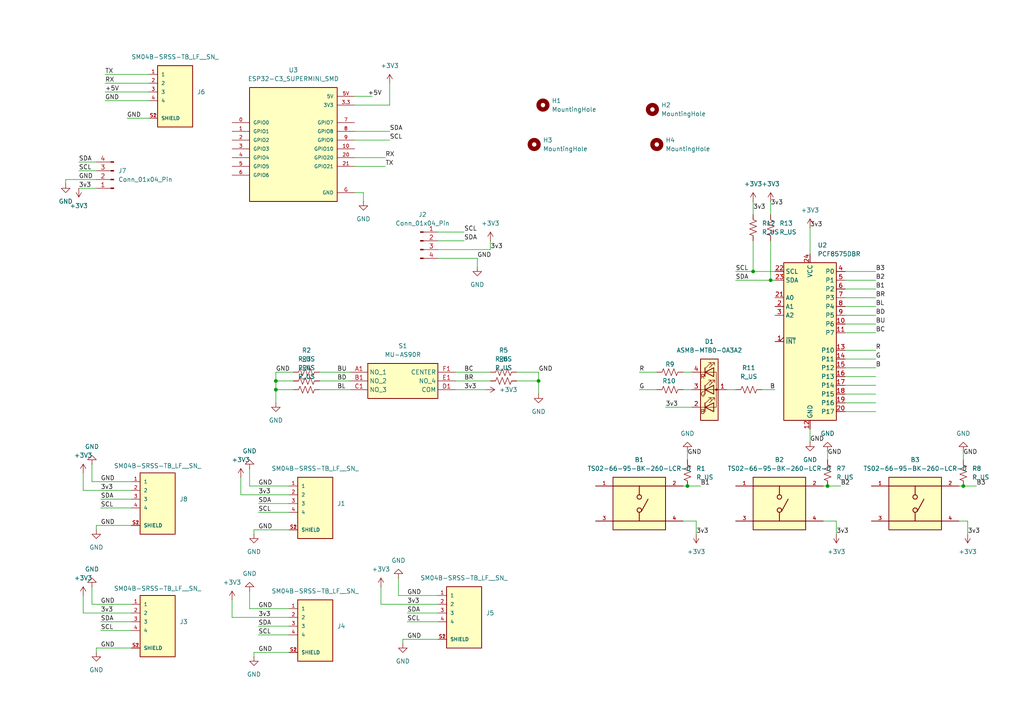
<source format=kicad_sch>
(kicad_sch (version 20231120) (generator "eeschema") (generator_version "8.0")
  (paper "A4")
  (lib_symbols
    (symbol "Connector:Conn_01x04_Pin" (pin_names (offset 1.016) hide)
      (property "Reference" "J" (at 0 5.08 0))
      (property "Value" "Conn_01x04_Pin" (at 0 -7.62 0))
      (symbol "Conn_01x04_Pin_1_1"
        (polyline (pts (xy 1.27 -5.08) (xy 0.8636 -5.08)) (stroke (width 0.1524)))
        (polyline (pts (xy 1.27 -2.54) (xy 0.8636 -2.54)) (stroke (width 0.1524)))
        (polyline (pts (xy 1.27 0) (xy 0.8636 0)) (stroke (width 0.1524)))
        (polyline (pts (xy 1.27 2.54) (xy 0.8636 2.54)) (stroke (width 0.1524)))
        (rectangle (start 0.8636 -4.953) (end 0 -5.207) (stroke (width 0.1524)) (fill (type outline)))
        (rectangle (start 0.8636 -2.413) (end 0 -2.667) (stroke (width 0.1524)) (fill (type outline)))
        (rectangle (start 0.8636 0.127) (end 0 -0.127) (stroke (width 0.1524)) (fill (type outline)))
        (rectangle (start 0.8636 2.667) (end 0 2.413) (stroke (width 0.1524)) (fill (type outline)))
        (pin passive line (at 5.08 2.54 180) (length 3.81) (name "Pin_1") (number "1"))
        (pin passive line (at 5.08 0 180) (length 3.81) (name "Pin_2") (number "2"))
        (pin passive line (at 5.08 -2.54 180) (length 3.81) (name "Pin_3") (number "3"))
        (pin passive line (at 5.08 -5.08 180) (length 3.81) (name "Pin_4") (number "4"))
      )
    )
    (symbol "Device:R_US" (pin_numbers hide) (pin_names (offset 0))
      (property "Reference" "R" (at 2.54 0 90))
      (property "Value" "R_US" (at -2.54 0 90))
      (symbol "R_US_0_1"
        (polyline (pts (xy 0 -2.286) (xy 0 -2.54)))
        (polyline (pts (xy 0 2.286) (xy 0 2.54)))
        (polyline (pts (xy 0 -0.762) (xy 1.016 -1.143) (xy 0 -1.524) (xy -1.016 -1.905) (xy 0 -2.286)))
        (polyline (pts (xy 0 0.762) (xy 1.016 0.381) (xy 0 0) (xy -1.016 -0.381) (xy 0 -0.762)))
        (polyline (pts (xy 0 2.286) (xy 1.016 1.905) (xy 0 1.524) (xy -1.016 1.143) (xy 0 0.762)))
      )
      (symbol "R_US_1_1"
        (pin passive line (at 0 3.81 270) (length 1.27) (name "~") (number "1"))
        (pin passive line (at 0 -3.81 90) (length 1.27) (name "~") (number "2"))
      )
    )
    (symbol "ESP32-C3_SUPERMINI_SMD:ESP32-C3_SUPERMINI_SMD" (pin_names (offset 1.016))
      (property "Reference" "U" (at -12.7 16.002 0))
      (property "Value" "ESP32-C3_SUPERMINI_SMD" (at -12.7 -20.32 0))
      (symbol "ESP32-C3_SUPERMINI_SMD_0_0"
        (rectangle (start -12.7 -17.78) (end 12.7 15.24) (stroke (width 0.254)) (fill (type background)))
        (pin bidirectional line (at -17.78 5.08 0) (length 5.08) (name "GPIO0") (number "0"))
        (pin bidirectional line (at -17.78 2.54 0) (length 5.08) (name "GPIO1") (number "1"))
        (pin bidirectional line (at 17.78 -2.54 180) (length 5.08) (name "GPIO10") (number "10"))
        (pin bidirectional line (at -17.78 0 0) (length 5.08) (name "GPIO2") (number "2"))
        (pin bidirectional line (at 17.78 -5.08 180) (length 5.08) (name "GPIO20") (number "20"))
        (pin bidirectional line (at 17.78 -7.62 180) (length 5.08) (name "GPIO21") (number "21"))
        (pin bidirectional line (at -17.78 -2.54 0) (length 5.08) (name "GPIO3") (number "3"))
        (pin power_in line (at 17.78 10.16 180) (length 5.08) (name "3V3") (number "3.3"))
        (pin bidirectional line (at -17.78 -5.08 0) (length 5.08) (name "GPIO4") (number "4"))
        (pin bidirectional line (at -17.78 -7.62 0) (length 5.08) (name "GPIO5") (number "5"))
        (pin power_in line (at 17.78 12.7 180) (length 5.08) (name "5V") (number "5V"))
        (pin bidirectional line (at -17.78 -10.16 0) (length 5.08) (name "GPIO6") (number "6"))
        (pin bidirectional line (at 17.78 5.08 180) (length 5.08) (name "GPIO7") (number "7"))
        (pin bidirectional line (at 17.78 2.54 180) (length 5.08) (name "GPIO8") (number "8"))
        (pin bidirectional line (at 17.78 0 180) (length 5.08) (name "GPIO9") (number "9"))
        (pin power_in line (at 17.78 -15.24 180) (length 5.08) (name "GND") (number "G"))
      )
    )
    (symbol "Interface_Expansion:PCF8575DBR"
      (property "Reference" "U" (at -6.35 24.13 0))
      (property "Value" "PCF8575DBR" (at 7.62 -24.13 0))
      (symbol "PCF8575DBR_0_1"
        (rectangle (start -7.62 22.86) (end 7.62 -22.86) (stroke (width 0.254)) (fill (type background)))
      )
      (symbol "PCF8575DBR_1_1"
        (pin open_collector output_low (at -10.16 0 0) (length 2.54) (name "~{INT}") (number "1"))
        (pin bidirectional line (at 10.16 5.08 180) (length 2.54) (name "P6") (number "10"))
        (pin bidirectional line (at 10.16 2.54 180) (length 2.54) (name "P7") (number "11"))
        (pin power_in line (at 0 -25.4 90) (length 2.54) (name "GND") (number "12"))
        (pin bidirectional line (at 10.16 -2.54 180) (length 2.54) (name "P10") (number "13"))
        (pin bidirectional line (at 10.16 -5.08 180) (length 2.54) (name "P11") (number "14"))
        (pin bidirectional line (at 10.16 -7.62 180) (length 2.54) (name "P12") (number "15"))
        (pin bidirectional line (at 10.16 -10.16 180) (length 2.54) (name "P13") (number "16"))
        (pin bidirectional line (at 10.16 -12.7 180) (length 2.54) (name "P14") (number "17"))
        (pin bidirectional line (at 10.16 -15.24 180) (length 2.54) (name "P15") (number "18"))
        (pin bidirectional line (at 10.16 -17.78 180) (length 2.54) (name "P16") (number "19"))
        (pin input line (at -10.16 10.16 0) (length 2.54) (name "A1") (number "2"))
        (pin bidirectional line (at 10.16 -20.32 180) (length 2.54) (name "P17") (number "20"))
        (pin input line (at -10.16 12.7 0) (length 2.54) (name "A0") (number "21"))
        (pin input line (at -10.16 20.32 0) (length 2.54) (name "SCL") (number "22"))
        (pin bidirectional line (at -10.16 17.78 0) (length 2.54) (name "SDA") (number "23"))
        (pin power_in line (at 0 25.4 270) (length 2.54) (name "VCC") (number "24"))
        (pin input line (at -10.16 7.62 0) (length 2.54) (name "A2") (number "3"))
        (pin bidirectional line (at 10.16 20.32 180) (length 2.54) (name "P0") (number "4"))
        (pin bidirectional line (at 10.16 17.78 180) (length 2.54) (name "P1") (number "5"))
        (pin bidirectional line (at 10.16 15.24 180) (length 2.54) (name "P2") (number "6"))
        (pin bidirectional line (at 10.16 12.7 180) (length 2.54) (name "P3") (number "7"))
        (pin bidirectional line (at 10.16 10.16 180) (length 2.54) (name "P4") (number "8"))
        (pin bidirectional line (at 10.16 7.62 180) (length 2.54) (name "P5") (number "9"))
      )
    )
    (symbol "LED:ASMB-MTB0-0A3A2" (pin_names (offset 0) hide)
      (property "Reference" "D" (at 0 10.16 0))
      (property "Value" "ASMB-MTB0-0A3A2" (at 0 -10.16 0))
      (symbol "ASMB-MTB0-0A3A2_0_0"
        (text "B" (at -1.905 -6.35 0) (effects (font (size 1.27 1.27))))
        (text "G" (at -1.905 -1.27 0) (effects (font (size 1.27 1.27))))
        (text "R" (at -1.905 3.81 0) (effects (font (size 1.27 1.27))))
      )
      (symbol "ASMB-MTB0-0A3A2_0_1"
        (rectangle (start -2.54 -8.89) (end 2.54 8.89) (stroke (width 0.254)) (fill (type background)))
        (polyline (pts (xy -2.54 -5.08) (xy 1.27 -5.08)))
        (polyline (pts (xy -1.27 -3.81) (xy -1.27 -6.35)) (stroke (width 0.254)))
        (polyline (pts (xy -1.27 1.27) (xy -1.27 -1.27)) (stroke (width 0.254)))
        (polyline (pts (xy -1.27 6.35) (xy -1.27 3.81)) (stroke (width 0.254)))
        (polyline (pts (xy 1.27 5.08) (xy -2.54 5.08)))
        (polyline (pts (xy 2.54 0) (xy -2.54 0)))
        (polyline (pts (xy 1.27 -5.08) (xy 2.032 -5.08) (xy 2.032 5.08) (xy 1.27 5.08)))
        (polyline (pts (xy 1.27 -3.81) (xy 1.27 -6.35) (xy -1.27 -5.08) (xy 1.27 -3.81)) (stroke (width 0.254)))
        (polyline (pts (xy 1.27 1.27) (xy 1.27 -1.27) (xy -1.27 0) (xy 1.27 1.27)) (stroke (width 0.254)))
        (polyline (pts (xy 1.27 6.35) (xy 1.27 3.81) (xy -1.27 5.08) (xy 1.27 6.35)) (stroke (width 0.254)))
        (polyline (pts (xy -1.016 -3.81) (xy 0.508 -2.286) (xy -0.254 -2.286) (xy 0.508 -2.286) (xy 0.508 -3.048)))
        (polyline (pts (xy -1.016 1.27) (xy 0.508 2.794) (xy -0.254 2.794) (xy 0.508 2.794) (xy 0.508 2.032)))
        (polyline (pts (xy -1.016 6.35) (xy 0.508 7.874) (xy -0.254 7.874) (xy 0.508 7.874) (xy 0.508 7.112)))
        (polyline (pts (xy 0 -3.81) (xy 1.524 -2.286) (xy 0.762 -2.286) (xy 1.524 -2.286) (xy 1.524 -3.048)))
        (polyline (pts (xy 0 1.27) (xy 1.524 2.794) (xy 0.762 2.794) (xy 1.524 2.794) (xy 1.524 2.032)))
        (polyline (pts (xy 0 6.35) (xy 1.524 7.874) (xy 0.762 7.874) (xy 1.524 7.874) (xy 1.524 7.112)))
        (rectangle (start 1.27 6.35) (end 1.27 6.35))
        (circle (center 2.032 0) (radius 0.254) (fill (type outline)))
      )
      (symbol "ASMB-MTB0-0A3A2_1_1"
        (pin passive line (at 5.08 0 180) (length 2.54) (name "A") (number "1"))
        (pin passive line (at -5.08 -5.08 0) (length 2.54) (name "BK") (number "2"))
        (pin passive line (at -5.08 0 0) (length 2.54) (name "GK") (number "3"))
        (pin passive line (at -5.08 5.08 0) (length 2.54) (name "RK") (number "4"))
      )
    )
    (symbol "MU-AS90R:MU-AS90R"
      (property "Reference" "S" (at 26.67 7.62 0))
      (property "Value" "MU-AS90R" (at 26.67 5.08 0))
      (symbol "MU-AS90R_1_1"
        (rectangle (start 5.08 2.54) (end 25.4 -7.62) (stroke (width 0.254)) (fill (type background)))
        (pin passive line (at 0 0 0) (length 5.08) (name "NO_1") (number "A1"))
        (pin passive line (at 0 -2.54 0) (length 5.08) (name "NO_2") (number "B1"))
        (pin passive line (at 0 -5.08 0) (length 5.08) (name "NO_3") (number "C1"))
        (pin passive line (at 30.48 -5.08 180) (length 5.08) (name "COM") (number "D1"))
        (pin passive line (at 30.48 -2.54 180) (length 5.08) (name "NO_4") (number "E1"))
        (pin passive line (at 30.48 0 180) (length 5.08) (name "CENTER") (number "F1"))
      )
    )
    (symbol "Mechanical:MountingHole" (pin_names (offset 1.016)) (exclude_from_sim yes) (in_bom no)
      (property "Reference" "H" (at 0 5.08 0))
      (property "Value" "MountingHole" (at 0 3.175 0))
      (symbol "MountingHole_0_1"
        (circle (center 0 0) (radius 1.27) (stroke (width 1.27)))
      )
    )
    (symbol "SM04B-SRSS-TB_LF__SN_:SM04B-SRSS-TB_LF__SN_" (pin_names (offset 1.016))
      (property "Reference" "J" (at -5.0831 8.1433 0))
      (property "Value" "SM04B-SRSS-TB_LF__SN_" (at -5.0835 -11.9557 0))
      (symbol "SM04B-SRSS-TB_LF__SN__0_0"
        (rectangle (start -5.08 -10.16) (end 5.08 7.62) (stroke (width 0.254)) (fill (type background)))
        (pin passive line (at -7.62 5.08 0) (length 2.54) (name "1") (number "1"))
        (pin passive line (at -7.62 2.54 0) (length 2.54) (name "2") (number "2"))
        (pin passive line (at -7.62 0 0) (length 2.54) (name "3") (number "3"))
        (pin passive line (at -7.62 -2.54 0) (length 2.54) (name "4") (number "4"))
        (pin passive line (at -7.62 -7.62 0) (length 2.54) (name "SHIELD") (number "S1"))
        (pin passive line (at -7.62 -7.62 0) (length 2.54) (name "SHIELD") (number "S2"))
      )
    )
    (symbol "TS02-66-95-BK-260-LCR-D:TS02-66-95-BK-260-LCR-D" (pin_names (offset 1.016))
      (property "Reference" "S" (at -7.62 8.382 0))
      (property "Value" "TS02-66-95-BK-260-LCR-D" (at -7.62 -8.382 0))
      (symbol "TS02-66-95-BK-260-LCR-D_0_0"
        (rectangle (start -7.62 -7.62) (end 7.62 7.62) (stroke (width 0.254)) (fill (type background)))
        (circle (center 0 -1.905) (radius 0.635) (stroke (width 0.254)))
        (polyline (pts (xy 0 -5.08) (xy -7.62 -5.08)) (stroke (width 0.254)))
        (polyline (pts (xy 0 -5.08) (xy 7.62 -5.08)) (stroke (width 0.254)))
        (polyline (pts (xy 0 -2.54) (xy 0 -5.08)) (stroke (width 0.254)))
        (polyline (pts (xy 0 5.08) (xy -7.62 5.08)) (stroke (width 0.254)))
        (polyline (pts (xy 0 5.08) (xy 0 2.54)) (stroke (width 0.254)))
        (polyline (pts (xy 0 5.08) (xy 7.62 5.08)) (stroke (width 0.254)))
        (polyline (pts (xy 0.635 -2.2225) (xy 2.54 1.27)) (stroke (width 0.254)))
        (circle (center 0 1.905) (radius 0.635) (stroke (width 0.254)))
        (pin passive line (at -12.7 5.08 0) (length 5.08) (name "~") (number "1"))
        (pin passive line (at 12.7 5.08 180) (length 5.08) (name "~") (number "2"))
        (pin passive line (at -12.7 -5.08 0) (length 5.08) (name "~") (number "3"))
        (pin passive line (at 12.7 -5.08 180) (length 5.08) (name "~") (number "4"))
      )
    )
    (symbol "power:+3V3" (power) (pin_numbers hide) (pin_names (offset 0) hide)
      (property "Value" "+3V3" (at 0 3.556 0))
      (symbol "+3V3_0_1"
        (polyline (pts (xy -0.762 1.27) (xy 0 2.54)))
        (polyline (pts (xy 0 0) (xy 0 2.54)))
        (polyline (pts (xy 0 2.54) (xy 0.762 1.27)))
      )
      (symbol "+3V3_1_1"
        (pin power_in line (at 0 0 90) (length 0) (name "~") (number "1"))
      )
    )
    (symbol "power:GND" (power) (pin_numbers hide) (pin_names (offset 0) hide)
      (property "Value" "GND" (at 0 -3.81 0))
      (symbol "GND_0_1"
        (polyline (pts (xy 0 0) (xy 0 -1.27) (xy 1.27 -1.27) (xy 0 -2.54) (xy -1.27 -1.27) (xy 0 -1.27)))
      )
      (symbol "GND_1_1"
        (pin power_in line (at 0 0 270) (length 0) (name "~") (number "1"))
      )
    )
  )
  (junction (at 223.52 81.28))
  (junction (at 218.44 78.74))
  (junction (at 156.21 110.49))
  (junction (at 279.4 140.97))
  (junction (at 240.03 140.97))
  (junction (at 80.01 113.03))
  (junction (at 199.39 140.97))
  (junction (at 80.01 110.49))
  (wire (pts (xy 185.42 107.95) (xy 190.5 107.95)))
  (wire (pts (xy 198.12 140.97) (xy 199.39 140.97)))
  (wire (pts (xy 105.41 55.88) (xy 105.41 58.42)))
  (wire (pts (xy 30.48 29.21) (xy 43.18 29.21)))
  (wire (pts (xy 110.49 175.26) (xy 127 175.26)))
  (wire (pts (xy 142.24 69.85) (xy 142.24 72.39)))
  (wire (pts (xy 73.66 189.23) (xy 83.82 189.23)))
  (wire (pts (xy 27.94 152.4) (xy 38.1 152.4)))
  (wire (pts (xy 72.39 176.53) (xy 83.82 176.53)))
  (wire (pts (xy 245.11 114.3) (xy 254 114.3)))
  (wire (pts (xy 245.11 93.98) (xy 254 93.98)))
  (wire (pts (xy 201.93 151.13) (xy 201.93 154.94)))
  (wire (pts (xy 138.43 74.93) (xy 138.43 77.47)))
  (wire (pts (xy 22.86 46.99) (xy 27.94 46.99)))
  (wire (pts (xy 199.39 130.81) (xy 199.39 133.35)))
  (wire (pts (xy 127 74.93) (xy 138.43 74.93)))
  (wire (pts (xy 116.84 185.42) (xy 127 185.42)))
  (wire (pts (xy 198.12 151.13) (xy 201.93 151.13)))
  (wire (pts (xy 30.48 26.67) (xy 43.18 26.67)))
  (wire (pts (xy 149.86 110.49) (xy 156.21 110.49)))
  (wire (pts (xy 115.57 172.72) (xy 127 172.72)))
  (wire (pts (xy 27.94 187.96) (xy 27.94 189.23)))
  (wire (pts (xy 92.71 113.03) (xy 101.6 113.03)))
  (wire (pts (xy 278.13 140.97) (xy 279.4 140.97)))
  (wire (pts (xy 74.93 148.59) (xy 83.82 148.59)))
  (wire (pts (xy 74.93 146.05) (xy 83.82 146.05)))
  (wire (pts (xy 198.12 107.95) (xy 200.66 107.95)))
  (wire (pts (xy 185.42 113.03) (xy 190.5 113.03)))
  (wire (pts (xy 234.95 66.04) (xy 234.95 73.66)))
  (wire (pts (xy 245.11 81.28) (xy 254 81.28)))
  (wire (pts (xy 118.11 177.8) (xy 127 177.8)))
  (wire (pts (xy 149.86 107.95) (xy 156.21 107.95)))
  (wire (pts (xy 74.93 181.61) (xy 83.82 181.61)))
  (wire (pts (xy 240.03 130.81) (xy 240.03 133.35)))
  (wire (pts (xy 132.08 107.95) (xy 142.24 107.95)))
  (wire (pts (xy 67.31 173.99) (xy 67.31 179.07)))
  (wire (pts (xy 24.13 172.72) (xy 24.13 177.8)))
  (wire (pts (xy 102.87 38.1) (xy 113.03 38.1)))
  (wire (pts (xy 132.08 110.49) (xy 142.24 110.49)))
  (wire (pts (xy 218.44 78.74) (xy 224.79 78.74)))
  (wire (pts (xy 26.67 139.7) (xy 38.1 139.7)))
  (wire (pts (xy 30.48 21.59) (xy 43.18 21.59)))
  (wire (pts (xy 245.11 96.52) (xy 254 96.52)))
  (wire (pts (xy 27.94 187.96) (xy 38.1 187.96)))
  (wire (pts (xy 29.21 147.32) (xy 38.1 147.32)))
  (wire (pts (xy 113.03 24.13) (xy 113.03 30.48)))
  (wire (pts (xy 80.01 110.49) (xy 80.01 113.03)))
  (wire (pts (xy 19.05 52.07) (xy 27.94 52.07)))
  (wire (pts (xy 26.67 170.18) (xy 26.67 175.26)))
  (wire (pts (xy 102.87 40.64) (xy 113.03 40.64)))
  (wire (pts (xy 102.87 27.94) (xy 107.95 27.94)))
  (wire (pts (xy 218.44 69.85) (xy 218.44 78.74)))
  (wire (pts (xy 223.52 81.28) (xy 224.79 81.28)))
  (wire (pts (xy 92.71 107.95) (xy 101.6 107.95)))
  (wire (pts (xy 19.05 52.07) (xy 19.05 53.34)))
  (wire (pts (xy 80.01 113.03) (xy 80.01 116.84)))
  (wire (pts (xy 198.12 113.03) (xy 200.66 113.03)))
  (wire (pts (xy 29.21 180.34) (xy 38.1 180.34)))
  (wire (pts (xy 24.13 137.16) (xy 24.13 142.24)))
  (wire (pts (xy 245.11 111.76) (xy 254 111.76)))
  (wire (pts (xy 245.11 109.22) (xy 254 109.22)))
  (wire (pts (xy 74.93 184.15) (xy 83.82 184.15)))
  (wire (pts (xy 238.76 140.97) (xy 240.03 140.97)))
  (wire (pts (xy 72.39 135.89) (xy 72.39 140.97)))
  (wire (pts (xy 280.67 151.13) (xy 280.67 154.94)))
  (wire (pts (xy 245.11 104.14) (xy 254 104.14)))
  (wire (pts (xy 245.11 106.68) (xy 254 106.68)))
  (wire (pts (xy 27.94 152.4) (xy 27.94 153.67)))
  (wire (pts (xy 73.66 153.67) (xy 83.82 153.67)))
  (wire (pts (xy 245.11 78.74) (xy 254 78.74)))
  (wire (pts (xy 240.03 140.97) (xy 243.84 140.97)))
  (wire (pts (xy 245.11 86.36) (xy 254 86.36)))
  (wire (pts (xy 102.87 45.72) (xy 111.76 45.72)))
  (wire (pts (xy 67.31 179.07) (xy 83.82 179.07)))
  (wire (pts (xy 242.57 151.13) (xy 242.57 154.94)))
  (wire (pts (xy 245.11 116.84) (xy 254 116.84)))
  (wire (pts (xy 102.87 48.26) (xy 111.76 48.26)))
  (wire (pts (xy 80.01 107.95) (xy 80.01 110.49)))
  (wire (pts (xy 102.87 55.88) (xy 105.41 55.88)))
  (wire (pts (xy 102.87 30.48) (xy 113.03 30.48)))
  (wire (pts (xy 22.86 49.53) (xy 27.94 49.53)))
  (wire (pts (xy 132.08 113.03) (xy 140.97 113.03)))
  (wire (pts (xy 80.01 110.49) (xy 85.09 110.49)))
  (wire (pts (xy 69.85 138.43) (xy 69.85 143.51)))
  (wire (pts (xy 72.39 140.97) (xy 83.82 140.97)))
  (wire (pts (xy 156.21 110.49) (xy 156.21 114.3)))
  (wire (pts (xy 223.52 58.42) (xy 223.52 62.23)))
  (wire (pts (xy 72.39 171.45) (xy 72.39 176.53)))
  (wire (pts (xy 199.39 140.97) (xy 203.2 140.97)))
  (wire (pts (xy 238.76 151.13) (xy 242.57 151.13)))
  (wire (pts (xy 80.01 113.03) (xy 85.09 113.03)))
  (wire (pts (xy 29.21 144.78) (xy 38.1 144.78)))
  (wire (pts (xy 36.83 34.29) (xy 43.18 34.29)))
  (wire (pts (xy 245.11 91.44) (xy 254 91.44)))
  (wire (pts (xy 279.4 130.81) (xy 279.4 133.35)))
  (wire (pts (xy 245.11 88.9) (xy 254 88.9)))
  (wire (pts (xy 85.09 107.95) (xy 80.01 107.95)))
  (wire (pts (xy 213.36 113.03) (xy 210.82 113.03)))
  (wire (pts (xy 26.67 134.62) (xy 26.67 139.7)))
  (wire (pts (xy 245.11 101.6) (xy 254 101.6)))
  (wire (pts (xy 245.11 119.38) (xy 254 119.38)))
  (wire (pts (xy 245.11 83.82) (xy 254 83.82)))
  (wire (pts (xy 223.52 69.85) (xy 223.52 81.28)))
  (wire (pts (xy 92.71 110.49) (xy 101.6 110.49)))
  (wire (pts (xy 279.4 140.97) (xy 283.21 140.97)))
  (wire (pts (xy 193.04 118.11) (xy 200.66 118.11)))
  (wire (pts (xy 213.36 81.28) (xy 223.52 81.28)))
  (wire (pts (xy 69.85 143.51) (xy 83.82 143.51)))
  (wire (pts (xy 127 72.39) (xy 142.24 72.39)))
  (wire (pts (xy 73.66 153.67) (xy 73.66 154.94)))
  (wire (pts (xy 22.86 54.61) (xy 27.94 54.61)))
  (wire (pts (xy 24.13 142.24) (xy 38.1 142.24)))
  (wire (pts (xy 234.95 124.46) (xy 234.95 128.27)))
  (wire (pts (xy 116.84 185.42) (xy 116.84 186.69)))
  (wire (pts (xy 213.36 78.74) (xy 218.44 78.74)))
  (wire (pts (xy 73.66 189.23) (xy 73.66 190.5)))
  (wire (pts (xy 220.98 113.03) (xy 224.79 113.03)))
  (wire (pts (xy 26.67 175.26) (xy 38.1 175.26)))
  (wire (pts (xy 24.13 177.8) (xy 38.1 177.8)))
  (wire (pts (xy 29.21 182.88) (xy 38.1 182.88)))
  (wire (pts (xy 127 67.31) (xy 134.62 67.31)))
  (wire (pts (xy 156.21 107.95) (xy 156.21 110.49)))
  (wire (pts (xy 127 69.85) (xy 134.62 69.85)))
  (wire (pts (xy 30.48 24.13) (xy 43.18 24.13)))
  (wire (pts (xy 110.49 170.18) (xy 110.49 175.26)))
  (wire (pts (xy 278.13 151.13) (xy 280.67 151.13)))
  (wire (pts (xy 118.11 180.34) (xy 127 180.34)))
  (wire (pts (xy 218.44 58.42) (xy 218.44 62.23)))
  (wire (pts (xy 115.57 167.64) (xy 115.57 172.72)))
  (label "SCL" (at 118.11 180.34 0))
  (label "GND" (at 138.43 74.93 0))
  (label "GND" (at 29.21 139.7 0))
  (label "3v3" (at 223.52 59.69 0))
  (label "SCL" (at 29.21 147.32 0))
  (label "+5V" (at 106.68 27.94 0))
  (label "3v3" (at 142.24 72.39 0))
  (label "3v3" (at 74.93 179.07 0))
  (label "GND" (at 240.03 132.08 0))
  (label "BR" (at 134.62 110.49 0))
  (label "B1" (at 254 83.82 0))
  (label "SDA" (at 29.21 144.78 0))
  (label "GND" (at 118.11 185.42 0))
  (label "RX" (at 111.76 45.72 0))
  (label "3v3" (at 234.95 66.04 0))
  (label "3v3" (at 218.44 60.96 0))
  (label "BL" (at 254 88.9 0))
  (label "SDA" (at 118.11 177.8 0))
  (label "SCL" (at 134.62 67.31 0))
  (label "GND" (at 29.21 152.4 0))
  (label "GND" (at 74.93 176.53 0))
  (label "BD" (at 254 91.44 0))
  (label "SCL" (at 213.36 78.74 0))
  (label "+5V" (at 30.48 26.67 0))
  (label "BL" (at 97.79 113.03 0))
  (label "SCL" (at 22.86 49.53 0))
  (label "BD" (at 97.79 110.49 0))
  (label "B1" (at 203.2 140.97 0))
  (label "BU" (at 254 93.98 0))
  (label "R" (at 254 101.6 0))
  (label "R" (at 185.42 107.95 0))
  (label "RX" (at 30.48 24.13 0))
  (label "SCL" (at 74.93 148.59 0))
  (label "GND" (at 234.95 128.27 0))
  (label "TX" (at 30.48 21.59 0))
  (label "3v3" (at 29.21 142.24 0))
  (label "3v3" (at 193.04 118.11 0))
  (label "G" (at 185.42 113.03 0))
  (label "3v3" (at 242.57 154.94 0))
  (label "B3" (at 254 78.74 0))
  (label "SCL" (at 29.21 182.88 0))
  (label "SDA" (at 74.93 181.61 0))
  (label "SDA" (at 113.03 38.1 0))
  (label "GND" (at 80.01 107.95 0))
  (label "B2" (at 243.84 140.97 0))
  (label "BC" (at 254 96.52 0))
  (label "B3" (at 283.21 140.97 0))
  (label "SDA" (at 213.36 81.28 0))
  (label "GND" (at 74.93 140.97 0))
  (label "G" (at 254 104.14 0))
  (label "BC" (at 134.62 107.95 0))
  (label "GND" (at 199.39 132.08 0))
  (label "3v3" (at 29.21 177.8 0))
  (label "BU" (at 97.79 107.95 0))
  (label "GND" (at 74.93 189.23 0))
  (label "GND" (at 156.21 107.95 0))
  (label "GND" (at 279.4 132.08 0))
  (label "3v3" (at 22.86 54.61 0))
  (label "BR" (at 254 86.36 0))
  (label "SCL" (at 113.03 40.64 0))
  (label "GND" (at 118.11 172.72 0))
  (label "B" (at 224.79 113.03 180))
  (label "TX" (at 111.76 48.26 0))
  (label "3v3" (at 134.62 113.03 0))
  (label "GND" (at 74.93 153.67 0))
  (label "GND" (at 29.21 187.96 0))
  (label "GND" (at 36.83 34.29 0))
  (label "3v3" (at 280.67 154.94 0))
  (label "SDA" (at 22.86 46.99 0))
  (label "SDA" (at 134.62 69.85 0))
  (label "SDA" (at 29.21 180.34 0))
  (label "SCL" (at 74.93 184.15 0))
  (label "GND" (at 30.48 29.21 0))
  (label "GND" (at 29.21 175.26 0))
  (label "3v3" (at 201.93 154.94 0))
  (label "B" (at 254 106.68 0))
  (label "3v3" (at 118.11 175.26 0))
  (label "SDA" (at 74.93 146.05 0))
  (label "B2" (at 254 81.28 0))
  (label "GND" (at 22.86 52.07 0))
  (label "3v3" (at 74.93 143.51 0))
  (symbol (lib_id "Connector:Conn_01x04_Pin") (at 33.02 52.07 180) (unit 1)
    (property "Reference" "J7" (at 34.29 49.5299 0) (effects (justify right)))
    (property "Value" "Conn_01x04_Pin" (at 34.29 52.0699 0) (effects (justify right)))
    (property "Footprint" "Connector_PinSocket_2.54mm:PinSocket_1x04_P2.54mm_Vertical" (effects (hide yes)))
    (property "Description" "Generic connector, single row, 01x04, script generated" (effects (hide yes)))
  )
  (symbol (lib_id "power:GND") (at 156.21 114.3 0) (unit 1)
    (property "Reference" "#PWR02" (effects (hide yes)))
    (property "Value" "GND" (at 156.21 119.38 0))
    (property "Description" "Power symbol creates a global label with name \"GND\" , ground" (effects (hide yes)))
  )
  (symbol (lib_id "power:GND") (at 234.95 128.27 0) (unit 1)
    (property "Reference" "#PWR017" (effects (hide yes)))
    (property "Value" "GND" (at 234.95 133.35 0))
    (property "Description" "Power symbol creates a global label with name \"GND\" , ground" (effects (hide yes)))
  )
  (symbol (lib_id "power:GND") (at 279.4 130.81 180) (unit 1)
    (property "Reference" "#PWR016" (effects (hide yes)))
    (property "Value" "GND" (at 279.4 125.73 0))
    (property "Description" "Power symbol creates a global label with name \"GND\" , ground" (effects (hide yes)))
  )
  (symbol (lib_id "power:+3V3") (at 24.13 137.16 0) (unit 1)
    (property "Reference" "#PWR013" (effects (hide yes)))
    (property "Value" "+3V3" (at 24.13 132.08 0))
    (property "Description" "Power symbol creates a global label with name \"+3V3\"" (effects (hide yes)))
  )
  (symbol (lib_id "Device:R_US") (at 199.39 137.16 180) (unit 1)
    (property "Reference" "R1" (at 201.93 135.8899 0) (effects (justify right)))
    (property "Value" "R_US" (at 201.93 138.4299 0) (effects (justify right)))
    (property "Footprint" "Resistor_SMD:R_0805_2012Metric_Pad1.20x1.40mm_HandSolder" (effects (hide yes)))
    (property "Description" "Resistor, US symbol" (effects (hide yes)))
  )
  (symbol (lib_id "Device:R_US") (at 218.44 66.04 0) (unit 1)
    (property "Reference" "R12" (at 220.98 64.7699 0) (effects (justify left)))
    (property "Value" "R_US" (at 220.98 67.3099 0) (effects (justify left)))
    (property "Footprint" "Resistor_SMD:R_0805_2012Metric_Pad1.20x1.40mm_HandSolder" (effects (hide yes)))
    (property "Description" "Resistor, US symbol" (effects (hide yes)))
  )
  (symbol (lib_id "Device:R_US") (at 146.05 110.49 90) (unit 1)
    (property "Reference" "R6" (at 146.05 104.14 90))
    (property "Value" "R_US" (at 146.05 106.68 90))
    (property "Footprint" "Resistor_SMD:R_0805_2012Metric_Pad1.20x1.40mm_HandSolder" (effects (hide yes)))
    (property "Description" "Resistor, US symbol" (effects (hide yes)))
  )
  (symbol (lib_id "TS02-66-95-BK-260-LCR-D:TS02-66-95-BK-260-LCR-D") (at 265.43 146.05 0) (unit 1)
    (property "Reference" "B3" (at 265.43 133.35 0))
    (property "Value" "TS02-66-95-BK-260-LCR-D" (at 265.43 135.89 0))
    (property "Footprint" "TS02-66-95-BK-260-LCR-D:SW_TS02-66-95-BK-260-LCR-D" (effects (hide yes)))
    (property "MF" "CUI Devices" (effects (hide yes)))
    (property "Description_1" "6 x 6 mm, 9.5 mm Actuator Height, 260 gf, Black, Long Crimped, Through Hole, SPST, Tactile Switch" (effects (hide yes)))
    (property "Package" "None" (effects (hide yes)))
    (property "Price" "None" (effects (hide yes)))
    (property "Check_prices" "https://www.snapeda.com/parts/TS02-66-95-BK-260-LCR-D/CUI+Devices/view-part/?ref=eda" (effects (hide yes)))
    (property "STANDARD" "Manufacturer Recommendations" (effects (hide yes)))
    (property "PARTREV" "1.0" (effects (hide yes)))
    (property "SnapEDA_Link" "https://www.snapeda.com/parts/TS02-66-95-BK-260-LCR-D/CUI+Devices/view-part/?ref=snap" (effects (hide yes)))
    (property "MP" "TS02-66-95-BK-260-LCR-D" (effects (hide yes)))
    (property "Purchase-URL" "https://www.snapeda.com/api/url_track_click_mouser/?unipart_id=8666106&manufacturer=CUI Devices&part_name=TS02-66-95-BK-260-LCR-D&search_term=spst switch 6x6 mm" (effects (hide yes)))
    (property "CUI_purchase_URL" "https://www.cuidevices.com/product/switches/tactile-switches/ts02-66-95-bk-260-lcr-d?utm_source=snapeda.com&utm_medium=referral&utm_campaign=snapedaBOM" (effects (hide yes)))
    (property "Availability" "In Stock" (effects (hide yes)))
    (property "MANUFACTURER" "CUI Devices" (effects (hide yes)))
  )
  (symbol (lib_id "power:+3V3") (at 113.03 24.13 0) (unit 1)
    (property "Reference" "#PWR031" (effects (hide yes)))
    (property "Value" "+3V3" (at 113.03 19.05 0))
    (property "Description" "Power symbol creates a global label with name \"+3V3\"" (effects (hide yes)))
  )
  (symbol (lib_id "power:+3V3") (at 69.85 138.43 0) (unit 1)
    (property "Reference" "#PWR019" (effects (hide yes)))
    (property "Value" "+3V3" (at 69.85 133.35 0))
    (property "Description" "Power symbol creates a global label with name \"+3V3\"" (effects (hide yes)))
  )
  (symbol (lib_id "TS02-66-95-BK-260-LCR-D:TS02-66-95-BK-260-LCR-D") (at 226.06 146.05 0) (unit 1)
    (property "Reference" "B2" (at 226.06 133.35 0))
    (property "Value" "TS02-66-95-BK-260-LCR-D" (at 226.06 135.89 0))
    (property "Footprint" "TS02-66-95-BK-260-LCR-D:SW_TS02-66-95-BK-260-LCR-D" (effects (hide yes)))
    (property "MF" "CUI Devices" (effects (hide yes)))
    (property "Description_1" "6 x 6 mm, 9.5 mm Actuator Height, 260 gf, Black, Long Crimped, Through Hole, SPST, Tactile Switch" (effects (hide yes)))
    (property "Package" "None" (effects (hide yes)))
    (property "Price" "None" (effects (hide yes)))
    (property "Check_prices" "https://www.snapeda.com/parts/TS02-66-95-BK-260-LCR-D/CUI+Devices/view-part/?ref=eda" (effects (hide yes)))
    (property "STANDARD" "Manufacturer Recommendations" (effects (hide yes)))
    (property "PARTREV" "1.0" (effects (hide yes)))
    (property "SnapEDA_Link" "https://www.snapeda.com/parts/TS02-66-95-BK-260-LCR-D/CUI+Devices/view-part/?ref=snap" (effects (hide yes)))
    (property "MP" "TS02-66-95-BK-260-LCR-D" (effects (hide yes)))
    (property "Purchase-URL" "https://www.snapeda.com/api/url_track_click_mouser/?unipart_id=8666106&manufacturer=CUI Devices&part_name=TS02-66-95-BK-260-LCR-D&search_term=spst switch 6x6 mm" (effects (hide yes)))
    (property "CUI_purchase_URL" "https://www.cuidevices.com/product/switches/tactile-switches/ts02-66-95-bk-260-lcr-d?utm_source=snapeda.com&utm_medium=referral&utm_campaign=snapedaBOM" (effects (hide yes)))
    (property "Availability" "In Stock" (effects (hide yes)))
    (property "MANUFACTURER" "CUI Devices" (effects (hide yes)))
  )
  (symbol (lib_id "power:+3V3") (at 218.44 58.42 0) (unit 1)
    (property "Reference" "#PWR028" (effects (hide yes)))
    (property "Value" "+3V3" (at 218.44 53.34 0))
    (property "Description" "Power symbol creates a global label with name \"+3V3\"" (effects (hide yes)))
  )
  (symbol (lib_id "power:GND") (at 72.39 135.89 180) (unit 1)
    (property "Reference" "#PWR020" (effects (hide yes)))
    (property "Value" "GND" (at 72.39 130.81 0))
    (property "Description" "Power symbol creates a global label with name \"GND\" , ground" (effects (hide yes)))
  )
  (symbol (lib_id "SM04B-SRSS-TB_LF__SN_:SM04B-SRSS-TB_LF__SN_") (at 134.62 177.8 0) (unit 1)
    (property "Reference" "J5" (at 140.97 177.7999 0) (effects (justify left)))
    (property "Value" "SM04B-SRSS-TB_LF__SN_" (at 121.92 167.64 0) (effects (justify left)))
    (property "Footprint" "SM04B-SRSS-TB_LF__SN_:JST_SM04B-SRSS-TB_LF__SN_" (effects (hide yes)))
    (property "MF" "JST Sales" (effects (hide yes)))
    (property "Description_1" "\nConnector Header Surface Mount, Right Angle 4 position 0.039 (1.00mm)\n" (effects (hide yes)))
    (property "Package" "None" (effects (hide yes)))
    (property "Price" "None" (effects (hide yes)))
    (property "Check_prices" "https://www.snapeda.com/parts/SM04B-SRSS-TB(LF)(SN)/JST+Sales+America+Inc./view-part/?ref=eda" (effects (hide yes)))
    (property "STANDARD" "Manufacturer recommendations" (effects (hide yes)))
    (property "SnapEDA_Link" "https://www.snapeda.com/parts/SM04B-SRSS-TB(LF)(SN)/JST+Sales+America+Inc./view-part/?ref=snap" (effects (hide yes)))
    (property "MP" "SM04B-SRSS-TB(LF)(SN)" (effects (hide yes)))
    (property "Availability" "In Stock" (effects (hide yes)))
    (property "MANUFACTURER" "JST" (effects (hide yes)))
  )
  (symbol (lib_id "Device:R_US") (at 194.31 113.03 270) (unit 1)
    (property "Reference" "R10" (at 194.056 110.49 90))
    (property "Value" "R_US" (effects (hide yes)))
    (property "Footprint" "Resistor_SMD:R_0805_2012Metric_Pad1.20x1.40mm_HandSolder" (effects (hide yes)))
    (property "Description" "Resistor, US symbol" (effects (hide yes)))
  )
  (symbol (lib_id "power:GND") (at 116.84 186.69 0) (unit 1)
    (property "Reference" "#PWR034" (effects (hide yes)))
    (property "Value" "GND" (at 116.84 191.77 0))
    (property "Description" "Power symbol creates a global label with name \"GND\" , ground" (effects (hide yes)))
  )
  (symbol (lib_id "power:+3V3") (at 110.49 170.18 0) (unit 1)
    (property "Reference" "#PWR032" (effects (hide yes)))
    (property "Value" "+3V3" (at 110.49 165.1 0))
    (property "Description" "Power symbol creates a global label with name \"+3V3\"" (effects (hide yes)))
  )
  (symbol (lib_id "power:+3V3") (at 67.31 173.99 0) (unit 1)
    (property "Reference" "#PWR025" (effects (hide yes)))
    (property "Value" "+3V3" (at 67.31 168.91 0))
    (property "Description" "Power symbol creates a global label with name \"+3V3\"" (effects (hide yes)))
  )
  (symbol (lib_id "power:GND") (at 240.03 130.81 180) (unit 1)
    (property "Reference" "#PWR015" (effects (hide yes)))
    (property "Value" "GND" (at 240.03 125.73 0))
    (property "Description" "Power symbol creates a global label with name \"GND\" , ground" (effects (hide yes)))
  )
  (symbol (lib_id "power:GND") (at 199.39 130.81 180) (unit 1)
    (property "Reference" "#PWR014" (effects (hide yes)))
    (property "Value" "GND" (at 199.39 125.73 0))
    (property "Description" "Power symbol creates a global label with name \"GND\" , ground" (effects (hide yes)))
  )
  (symbol (lib_id "MU-AS90R:MU-AS90R") (at 101.6 107.95 0) (unit 1)
    (property "Reference" "S1" (at 116.84 100.33 0))
    (property "Value" "MU-AS90R" (at 116.84 102.87 0))
    (property "Footprint" "MUAS90R" (effects (hide yes)))
    (property "Datasheet" "https://www.apem.com/idec-apem/en_US/medias/PCB-MU-serie.pdf?context=bWFzdGVyfGRvY3VtZW50c3w0MTk2OTF8YXBwbGljYXRpb24vcGRmfGg2ZC9oMGEvOTQ2NDU3NTQyNjU5MC9QQ0JfTVVfc2VyaWUucGRmfDhmZDg0OWQ5ZjViYWFlZjljODY5ZmI3YmMzY2U3MzBjNmNiMzE0MzZkY2ZmMjQ4ZGRjNTJjOWQ0ZTc0NG" (effects (hide yes)))
    (property "Description" "Multi-Directional Switches 5-way Switch, SMD, Height 9mm" (effects (hide yes)))
    (property "Height" "9.2" (effects (hide yes)))
    (property "Mouser Part Number" "642-MU-AS90R" (effects (hide yes)))
    (property "Mouser Price/Stock" "https://www.mouser.co.uk/ProductDetail/Apem/MU-AS90R?qs=mELouGlnn3cGEpjh4y0%2F8w%3D%3D" (effects (hide yes)))
    (property "Manufacturer_Name" "Apem" (effects (hide yes)))
    (property "Manufacturer_Part_Number" "MU-AS90R" (effects (hide yes)))
  )
  (symbol (lib_id "power:+3V3") (at 22.86 54.61 180) (unit 1)
    (property "Reference" "#PWR010" (effects (hide yes)))
    (property "Value" "+3V3" (at 22.86 59.69 0))
    (property "Description" "Power symbol creates a global label with name \"+3V3\"" (effects (hide yes)))
  )
  (symbol (lib_id "Device:R_US") (at 223.52 66.04 0) (unit 1)
    (property "Reference" "R13" (at 226.06 64.7699 0) (effects (justify left)))
    (property "Value" "R_US" (at 226.06 67.3099 0) (effects (justify left)))
    (property "Footprint" "Resistor_SMD:R_0805_2012Metric_Pad1.20x1.40mm_HandSolder" (effects (hide yes)))
    (property "Description" "Resistor, US symbol" (effects (hide yes)))
  )
  (symbol (lib_id "Device:R_US") (at 146.05 107.95 90) (unit 1)
    (property "Reference" "R5" (at 146.05 101.6 90))
    (property "Value" "R_US" (at 146.05 104.14 90))
    (property "Footprint" "Resistor_SMD:R_0805_2012Metric_Pad1.20x1.40mm_HandSolder" (effects (hide yes)))
    (property "Description" "Resistor, US symbol" (effects (hide yes)))
  )
  (symbol (lib_id "Connector:Conn_01x04_Pin") (at 121.92 69.85 0) (unit 1)
    (property "Reference" "J2" (at 122.555 62.23 0))
    (property "Value" "Conn_01x04_Pin" (at 122.555 64.77 0))
    (property "Footprint" "Connector_JST:JST_XH_B4B-XH-A_1x04_P2.50mm_Vertical" (effects (hide yes)))
    (property "Description" "Generic connector, single row, 01x04, script generated" (effects (hide yes)))
  )
  (symbol (lib_id "power:+3V3") (at 201.93 154.94 180) (unit 1)
    (property "Reference" "#PWR05" (effects (hide yes)))
    (property "Value" "+3V3" (at 201.93 160.02 0))
    (property "Description" "Power symbol creates a global label with name \"+3V3\"" (effects (hide yes)))
  )
  (symbol (lib_id "power:+3V3") (at 223.52 58.42 0) (unit 1)
    (property "Reference" "#PWR029" (effects (hide yes)))
    (property "Value" "+3V3" (at 223.52 53.34 0))
    (property "Description" "Power symbol creates a global label with name \"+3V3\"" (effects (hide yes)))
  )
  (symbol (lib_id "Device:R_US") (at 194.31 107.95 270) (unit 1)
    (property "Reference" "R9" (at 194.31 105.664 90))
    (property "Value" "R_US" (effects (hide yes)))
    (property "Footprint" "Resistor_SMD:R_0805_2012Metric_Pad1.20x1.40mm_HandSolder" (effects (hide yes)))
    (property "Description" "Resistor, US symbol" (effects (hide yes)))
  )
  (symbol (lib_id "Interface_Expansion:PCF8575DBR") (at 234.95 99.06 0) (unit 1)
    (property "Reference" "U2" (at 237.1441 71.12 0) (effects (justify left)))
    (property "Value" "PCF8575DBR" (at 237.1441 73.66 0) (effects (justify left)))
    (property "Footprint" "Package_SO:SSOP-24_5.3x8.2mm_P0.65mm" (effects (hide yes)))
    (property "Datasheet" "https://www.ti.com/lit/ds/symlink/pcf8575.pdf" (effects (hide yes)))
    (property "Description" "16 Bits Port/Expander to I2C Bus, SSOP-24" (effects (hide yes)))
  )
  (symbol (lib_id "power:GND") (at 26.67 170.18 180) (unit 1)
    (property "Reference" "#PWR023" (effects (hide yes)))
    (property "Value" "GND" (at 26.67 165.1 0))
    (property "Description" "Power symbol creates a global label with name \"GND\" , ground" (effects (hide yes)))
  )
  (symbol (lib_id "Mechanical:MountingHole") (at 190.5 41.91 0) (unit 1) (exclude_from_sim yes) (in_bom no)
    (property "Reference" "H4" (at 193.04 40.6399 0) (effects (justify left)))
    (property "Value" "MountingHole" (at 193.04 43.1799 0) (effects (justify left)))
    (property "Footprint" "MountingHole:MountingHole_3.2mm_M3" (effects (hide yes)))
    (property "Description" "Mounting Hole without connection" (effects (hide yes)))
  )
  (symbol (lib_id "Device:R_US") (at 279.4 137.16 180) (unit 1)
    (property "Reference" "R8" (at 281.94 135.8899 0) (effects (justify right)))
    (property "Value" "R_US" (at 281.94 138.4299 0) (effects (justify right)))
    (property "Footprint" "Resistor_SMD:R_0805_2012Metric_Pad1.20x1.40mm_HandSolder" (effects (hide yes)))
    (property "Description" "Resistor, US symbol" (effects (hide yes)))
  )
  (symbol (lib_id "power:+3V3") (at 234.95 66.04 0) (unit 1)
    (property "Reference" "#PWR04" (effects (hide yes)))
    (property "Value" "+3V3" (at 234.95 60.96 0))
    (property "Description" "Power symbol creates a global label with name \"+3V3\"" (effects (hide yes)))
  )
  (symbol (lib_id "TS02-66-95-BK-260-LCR-D:TS02-66-95-BK-260-LCR-D") (at 185.42 146.05 0) (unit 1)
    (property "Reference" "B1" (at 185.42 133.35 0))
    (property "Value" "TS02-66-95-BK-260-LCR-D" (at 185.42 135.89 0))
    (property "Footprint" "TS02-66-95-BK-260-LCR-D:SW_TS02-66-95-BK-260-LCR-D" (effects (hide yes)))
    (property "MF" "CUI Devices" (effects (hide yes)))
    (property "Description_1" "6 x 6 mm, 9.5 mm Actuator Height, 260 gf, Black, Long Crimped, Through Hole, SPST, Tactile Switch" (effects (hide yes)))
    (property "Package" "None" (effects (hide yes)))
    (property "Price" "None" (effects (hide yes)))
    (property "Check_prices" "https://www.snapeda.com/parts/TS02-66-95-BK-260-LCR-D/CUI+Devices/view-part/?ref=eda" (effects (hide yes)))
    (property "STANDARD" "Manufacturer Recommendations" (effects (hide yes)))
    (property "PARTREV" "1.0" (effects (hide yes)))
    (property "SnapEDA_Link" "https://www.snapeda.com/parts/TS02-66-95-BK-260-LCR-D/CUI+Devices/view-part/?ref=snap" (effects (hide yes)))
    (property "MP" "TS02-66-95-BK-260-LCR-D" (effects (hide yes)))
    (property "Purchase-URL" "https://www.snapeda.com/api/url_track_click_mouser/?unipart_id=8666106&manufacturer=CUI Devices&part_name=TS02-66-95-BK-260-LCR-D&search_term=spst switch 6x6 mm" (effects (hide yes)))
    (property "CUI_purchase_URL" "https://www.cuidevices.com/product/switches/tactile-switches/ts02-66-95-bk-260-lcr-d?utm_source=snapeda.com&utm_medium=referral&utm_campaign=snapedaBOM" (effects (hide yes)))
    (property "Availability" "In Stock" (effects (hide yes)))
    (property "MANUFACTURER" "CUI Devices" (effects (hide yes)))
  )
  (symbol (lib_id "power:GND") (at 115.57 167.64 180) (unit 1)
    (property "Reference" "#PWR033" (effects (hide yes)))
    (property "Value" "GND" (at 115.57 162.56 0))
    (property "Description" "Power symbol creates a global label with name \"GND\" , ground" (effects (hide yes)))
  )
  (symbol (lib_id "power:+3V3") (at 142.24 69.85 0) (unit 1)
    (property "Reference" "#PWR08" (effects (hide yes)))
    (property "Value" "+3V3" (at 142.24 64.77 0))
    (property "Description" "Power symbol creates a global label with name \"+3V3\"" (effects (hide yes)))
  )
  (symbol (lib_id "power:GND") (at 73.66 190.5 0) (unit 1)
    (property "Reference" "#PWR027" (effects (hide yes)))
    (property "Value" "GND" (at 73.66 195.58 0))
    (property "Description" "Power symbol creates a global label with name \"GND\" , ground" (effects (hide yes)))
  )
  (symbol (lib_id "power:+3V3") (at 140.97 113.03 270) (unit 1)
    (property "Reference" "#PWR03" (effects (hide yes)))
    (property "Value" "+3V3" (at 144.78 113.0299 90) (effects (justify left)))
    (property "Description" "Power symbol creates a global label with name \"+3V3\"" (effects (hide yes)))
  )
  (symbol (lib_id "power:+3V3") (at 280.67 154.94 180) (unit 1)
    (property "Reference" "#PWR09" (effects (hide yes)))
    (property "Value" "+3V3" (at 280.67 160.02 0))
    (property "Description" "Power symbol creates a global label with name \"+3V3\"" (effects (hide yes)))
  )
  (symbol (lib_id "power:GND") (at 105.41 58.42 0) (unit 1)
    (property "Reference" "#PWR030" (effects (hide yes)))
    (property "Value" "GND" (at 105.41 63.5 0))
    (property "Description" "Power symbol creates a global label with name \"GND\" , ground" (effects (hide yes)))
  )
  (symbol (lib_id "SM04B-SRSS-TB_LF__SN_:SM04B-SRSS-TB_LF__SN_") (at 45.72 180.34 0) (unit 1)
    (property "Reference" "J3" (at 52.07 180.3399 0) (effects (justify left)))
    (property "Value" "SM04B-SRSS-TB_LF__SN_" (at 33.02 170.688 0) (effects (justify left)))
    (property "Footprint" "SM04B-SRSS-TB_LF__SN_:JST_SM04B-SRSS-TB_LF__SN_" (effects (hide yes)))
    (property "MF" "JST Sales" (effects (hide yes)))
    (property "Description_1" "\nConnector Header Surface Mount, Right Angle 4 position 0.039 (1.00mm)\n" (effects (hide yes)))
    (property "Package" "None" (effects (hide yes)))
    (property "Price" "None" (effects (hide yes)))
    (property "Check_prices" "https://www.snapeda.com/parts/SM04B-SRSS-TB(LF)(SN)/JST+Sales+America+Inc./view-part/?ref=eda" (effects (hide yes)))
    (property "STANDARD" "Manufacturer recommendations" (effects (hide yes)))
    (property "SnapEDA_Link" "https://www.snapeda.com/parts/SM04B-SRSS-TB(LF)(SN)/JST+Sales+America+Inc./view-part/?ref=snap" (effects (hide yes)))
    (property "MP" "SM04B-SRSS-TB(LF)(SN)" (effects (hide yes)))
    (property "Availability" "In Stock" (effects (hide yes)))
    (property "MANUFACTURER" "JST" (effects (hide yes)))
  )
  (symbol (lib_id "Device:R_US") (at 217.17 113.03 90) (unit 1)
    (property "Reference" "R11" (at 217.17 106.68 90))
    (property "Value" "R_US" (at 217.17 109.22 90))
    (property "Footprint" "Resistor_SMD:R_0805_2012Metric_Pad1.20x1.40mm_HandSolder" (effects (hide yes)))
    (property "Description" "Resistor, US symbol" (effects (hide yes)))
  )
  (symbol (lib_id "LED:ASMB-MTB0-0A3A2") (at 205.74 113.03 0) (unit 1)
    (property "Reference" "D1" (at 205.74 99.06 0))
    (property "Value" "ASMB-MTB0-0A3A2" (at 205.74 101.6 0))
    (property "Footprint" "LED_SMD:LED_Avago_PLCC4_3.2x2.8mm_CW" (effects (hide yes)))
    (property "Datasheet" "https://docs.broadcom.com/docs/AV02-4186EN" (effects (hide yes)))
    (property "Description" "Tricolor Black Surface LED, Common Anode Pin 1, PLCC-4" (effects (hide yes)))
  )
  (symbol (lib_id "power:GND") (at 27.94 153.67 0) (unit 1)
    (property "Reference" "#PWR012" (effects (hide yes)))
    (property "Value" "GND" (at 27.94 158.75 0))
    (property "Description" "Power symbol creates a global label with name \"GND\" , ground" (effects (hide yes)))
  )
  (symbol (lib_id "power:GND") (at 138.43 77.47 0) (unit 1)
    (property "Reference" "#PWR07" (effects (hide yes)))
    (property "Value" "GND" (at 138.43 82.55 0))
    (property "Description" "Power symbol creates a global label with name \"GND\" , ground" (effects (hide yes)))
  )
  (symbol (lib_id "power:GND") (at 73.66 154.94 0) (unit 1)
    (property "Reference" "#PWR021" (effects (hide yes)))
    (property "Value" "GND" (at 73.66 160.02 0))
    (property "Description" "Power symbol creates a global label with name \"GND\" , ground" (effects (hide yes)))
  )
  (symbol (lib_id "SM04B-SRSS-TB_LF__SN_:SM04B-SRSS-TB_LF__SN_") (at 91.44 181.61 0) (unit 1)
    (property "Reference" "J4" (at 97.79 181.6099 0) (effects (justify left)))
    (property "Value" "SM04B-SRSS-TB_LF__SN_" (at 78.74 171.45 0) (effects (justify left)))
    (property "Footprint" "SM04B-SRSS-TB_LF__SN_:JST_SM04B-SRSS-TB_LF__SN_" (effects (hide yes)))
    (property "MF" "JST Sales" (effects (hide yes)))
    (property "Description_1" "\nConnector Header Surface Mount, Right Angle 4 position 0.039 (1.00mm)\n" (effects (hide yes)))
    (property "Package" "None" (effects (hide yes)))
    (property "Price" "None" (effects (hide yes)))
    (property "Check_prices" "https://www.snapeda.com/parts/SM04B-SRSS-TB(LF)(SN)/JST+Sales+America+Inc./view-part/?ref=eda" (effects (hide yes)))
    (property "STANDARD" "Manufacturer recommendations" (effects (hide yes)))
    (property "SnapEDA_Link" "https://www.snapeda.com/parts/SM04B-SRSS-TB(LF)(SN)/JST+Sales+America+Inc./view-part/?ref=snap" (effects (hide yes)))
    (property "MP" "SM04B-SRSS-TB(LF)(SN)" (effects (hide yes)))
    (property "Availability" "In Stock" (effects (hide yes)))
    (property "MANUFACTURER" "JST" (effects (hide yes)))
  )
  (symbol (lib_id "power:GND") (at 80.01 116.84 0) (unit 1)
    (property "Reference" "#PWR01" (effects (hide yes)))
    (property "Value" "GND" (at 80.01 121.92 0))
    (property "Description" "Power symbol creates a global label with name \"GND\" , ground" (effects (hide yes)))
  )
  (symbol (lib_id "power:+3V3") (at 242.57 154.94 180) (unit 1)
    (property "Reference" "#PWR06" (effects (hide yes)))
    (property "Value" "+3V3" (at 242.57 160.02 0))
    (property "Description" "Power symbol creates a global label with name \"+3V3\"" (effects (hide yes)))
  )
  (symbol (lib_id "Device:R_US") (at 88.9 113.03 90) (unit 1)
    (property "Reference" "R4" (at 88.9 106.68 90))
    (property "Value" "R_US" (at 88.9 109.22 90))
    (property "Footprint" "Resistor_SMD:R_0805_2012Metric_Pad1.20x1.40mm_HandSolder" (effects (hide yes)))
    (property "Description" "Resistor, US symbol" (effects (hide yes)))
  )
  (symbol (lib_id "Device:R_US") (at 88.9 110.49 90) (unit 1)
    (property "Reference" "R3" (at 88.9 104.14 90))
    (property "Value" "R_US" (at 88.9 106.68 90))
    (property "Footprint" "Resistor_SMD:R_0805_2012Metric_Pad1.20x1.40mm_HandSolder" (effects (hide yes)))
    (property "Description" "Resistor, US symbol" (effects (hide yes)))
  )
  (symbol (lib_id "power:GND") (at 19.05 53.34 0) (unit 1)
    (property "Reference" "#PWR011" (effects (hide yes)))
    (property "Value" "GND" (at 19.05 58.42 0))
    (property "Description" "Power symbol creates a global label with name \"GND\" , ground" (effects (hide yes)))
  )
  (symbol (lib_id "Mechanical:MountingHole") (at 154.94 41.91 0) (unit 1) (exclude_from_sim yes) (in_bom no)
    (property "Reference" "H3" (at 157.48 40.6399 0) (effects (justify left)))
    (property "Value" "MountingHole" (at 157.48 43.1799 0) (effects (justify left)))
    (property "Footprint" "MountingHole:MountingHole_3.2mm_M3" (effects (hide yes)))
    (property "Description" "Mounting Hole without connection" (effects (hide yes)))
  )
  (symbol (lib_id "power:GND") (at 72.39 171.45 180) (unit 1)
    (property "Reference" "#PWR026" (effects (hide yes)))
    (property "Value" "GND" (at 72.39 166.37 0))
    (property "Description" "Power symbol creates a global label with name \"GND\" , ground" (effects (hide yes)))
  )
  (symbol (lib_id "Mechanical:MountingHole") (at 189.23 31.75 0) (unit 1) (exclude_from_sim yes) (in_bom no)
    (property "Reference" "H2" (at 191.77 30.4799 0) (effects (justify left)))
    (property "Value" "MountingHole" (at 191.77 33.0199 0) (effects (justify left)))
    (property "Footprint" "MountingHole:MountingHole_3.2mm_M3" (effects (hide yes)))
    (property "Description" "Mounting Hole without connection" (effects (hide yes)))
  )
  (symbol (lib_id "Mechanical:MountingHole") (at 157.48 30.48 0) (unit 1) (exclude_from_sim yes) (in_bom no)
    (property "Reference" "H1" (at 160.02 29.2099 0) (effects (justify left)))
    (property "Value" "MountingHole" (at 160.02 31.7499 0) (effects (justify left)))
    (property "Footprint" "MountingHole:MountingHole_3.2mm_M3" (effects (hide yes)))
    (property "Description" "Mounting Hole without connection" (effects (hide yes)))
  )
  (symbol (lib_id "SM04B-SRSS-TB_LF__SN_:SM04B-SRSS-TB_LF__SN_") (at 50.8 26.67 0) (unit 1)
    (property "Reference" "J6" (at 57.15 26.6699 0) (effects (justify left)))
    (property "Value" "SM04B-SRSS-TB_LF__SN_" (at 38.1 16.51 0) (effects (justify left)))
    (property "Footprint" "SM04B-SRSS-TB_LF__SN_:JST_SM04B-SRSS-TB_LF__SN_" (effects (hide yes)))
    (property "MF" "JST Sales" (effects (hide yes)))
    (property "Description_1" "\nConnector Header Surface Mount, Right Angle 4 position 0.039 (1.00mm)\n" (effects (hide yes)))
    (property "Package" "None" (effects (hide yes)))
    (property "Price" "None" (effects (hide yes)))
    (property "Check_prices" "https://www.snapeda.com/parts/SM04B-SRSS-TB(LF)(SN)/JST+Sales+America+Inc./view-part/?ref=eda" (effects (hide yes)))
    (property "STANDARD" "Manufacturer recommendations" (effects (hide yes)))
    (property "SnapEDA_Link" "https://www.snapeda.com/parts/SM04B-SRSS-TB(LF)(SN)/JST+Sales+America+Inc./view-part/?ref=snap" (effects (hide yes)))
    (property "MP" "SM04B-SRSS-TB(LF)(SN)" (effects (hide yes)))
    (property "Availability" "In Stock" (effects (hide yes)))
    (property "MANUFACTURER" "JST" (effects (hide yes)))
  )
  (symbol (lib_id "power:+3V3") (at 24.13 172.72 0) (unit 1)
    (property "Reference" "#PWR022" (effects (hide yes)))
    (property "Value" "+3V3" (at 24.13 167.64 0))
    (property "Description" "Power symbol creates a global label with name \"+3V3\"" (effects (hide yes)))
  )
  (symbol (lib_id "Device:R_US") (at 88.9 107.95 90) (unit 1)
    (property "Reference" "R2" (at 88.9 101.6 90))
    (property "Value" "R_US" (at 88.9 104.14 90))
    (property "Footprint" "Resistor_SMD:R_0805_2012Metric_Pad1.20x1.40mm_HandSolder" (effects (hide yes)))
    (property "Description" "Resistor, US symbol" (effects (hide yes)))
  )
  (symbol (lib_id "power:GND") (at 26.67 134.62 180) (unit 1)
    (property "Reference" "#PWR018" (effects (hide yes)))
    (property "Value" "GND" (at 26.67 129.54 0))
    (property "Description" "Power symbol creates a global label with name \"GND\" , ground" (effects (hide yes)))
  )
  (symbol (lib_id "power:GND") (at 27.94 189.23 0) (unit 1)
    (property "Reference" "#PWR024" (effects (hide yes)))
    (property "Value" "GND" (at 27.94 194.31 0))
    (property "Description" "Power symbol creates a global label with name \"GND\" , ground" (effects (hide yes)))
  )
  (symbol (lib_id "ESP32-C3_SUPERMINI_SMD:ESP32-C3_SUPERMINI_SMD") (at 85.09 40.64 0) (unit 1)
    (property "Reference" "U3" (at 85.09 20.32 0))
    (property "Value" "ESP32-C3_SUPERMINI_SMD" (at 85.09 22.86 0))
    (property "Footprint" "ESP32-C3_SUPERMINI_SMD:MODULE_ESP32-C3_SUPERMINI" (effects (hide yes)))
    (property "MF" "Espressif Systems" (effects (hide yes)))
    (property "MAXIMUM_PACKAGE_HEIGHT" "4.2mm" (effects (hide yes)))
    (property "Package" "None" (effects (hide yes)))
    (property "Price" "None" (effects (hide yes)))
    (property "Check_prices" "https://www.snapeda.com/parts/ESP32-C3%20SuperMini_SMD/Espressif+Systems/view-part/?ref=eda" (effects (hide yes)))
    (property "STANDARD" "Manufacturer Recommendations" (effects (hide yes)))
    (property "SnapEDA_Link" "https://www.snapeda.com/parts/ESP32-C3%20SuperMini_SMD/Espressif+Systems/view-part/?ref=snap" (effects (hide yes)))
    (property "MP" "ESP32-C3 SuperMini_SMD" (effects (hide yes)))
    (property "Description_1" "\n                        \n                            Super tiny ESP32-C3 board\n                        \n" (effects (hide yes)))
    (property "Availability" "Not in stock" (effects (hide yes)))
    (property "MANUFACTURER" "Espressif" (effects (hide yes)))
  )
  (symbol (lib_id "SM04B-SRSS-TB_LF__SN_:SM04B-SRSS-TB_LF__SN_") (at 91.44 146.05 0) (unit 1)
    (property "Reference" "J1" (at 97.79 146.0499 0) (effects (justify left)))
    (property "Value" "SM04B-SRSS-TB_LF__SN_" (at 78.74 135.89 0) (effects (justify left)))
    (property "Footprint" "SM04B-SRSS-TB_LF__SN_:JST_SM04B-SRSS-TB_LF__SN_" (effects (hide yes)))
    (property "MF" "JST Sales" (effects (hide yes)))
    (property "Description_1" "\nConnector Header Surface Mount, Right Angle 4 position 0.039 (1.00mm)\n" (effects (hide yes)))
    (property "Package" "None" (effects (hide yes)))
    (property "Price" "None" (effects (hide yes)))
    (property "Check_prices" "https://www.snapeda.com/parts/SM04B-SRSS-TB(LF)(SN)/JST+Sales+America+Inc./view-part/?ref=eda" (effects (hide yes)))
    (property "STANDARD" "Manufacturer recommendations" (effects (hide yes)))
    (property "SnapEDA_Link" "https://www.snapeda.com/parts/SM04B-SRSS-TB(LF)(SN)/JST+Sales+America+Inc./view-part/?ref=snap" (effects (hide yes)))
    (property "MP" "SM04B-SRSS-TB(LF)(SN)" (effects (hide yes)))
    (property "Availability" "In Stock" (effects (hide yes)))
    (property "MANUFACTURER" "JST" (effects (hide yes)))
  )
  (symbol (lib_id "SM04B-SRSS-TB_LF__SN_:SM04B-SRSS-TB_LF__SN_") (at 45.72 144.78 0) (unit 1)
    (property "Reference" "J8" (at 52.07 144.7799 0) (effects (justify left)))
    (property "Value" "SM04B-SRSS-TB_LF__SN_" (at 33.02 135.128 0) (effects (justify left)))
    (property "Footprint" "SM04B-SRSS-TB_LF__SN_:JST_SM04B-SRSS-TB_LF__SN_" (effects (hide yes)))
    (property "MF" "JST Sales" (effects (hide yes)))
    (property "Description_1" "\nConnector Header Surface Mount, Right Angle 4 position 0.039 (1.00mm)\n" (effects (hide yes)))
    (property "Package" "None" (effects (hide yes)))
    (property "Price" "None" (effects (hide yes)))
    (property "Check_prices" "https://www.snapeda.com/parts/SM04B-SRSS-TB(LF)(SN)/JST+Sales+America+Inc./view-part/?ref=eda" (effects (hide yes)))
    (property "STANDARD" "Manufacturer recommendations" (effects (hide yes)))
    (property "SnapEDA_Link" "https://www.snapeda.com/parts/SM04B-SRSS-TB(LF)(SN)/JST+Sales+America+Inc./view-part/?ref=snap" (effects (hide yes)))
    (property "MP" "SM04B-SRSS-TB(LF)(SN)" (effects (hide yes)))
    (property "Availability" "In Stock" (effects (hide yes)))
    (property "MANUFACTURER" "JST" (effects (hide yes)))
  )
  (symbol (lib_id "Device:R_US") (at 240.03 137.16 0) (unit 1)
    (property "Reference" "R7" (at 242.57 135.8899 0) (effects (justify left)))
    (property "Value" "R_US" (at 242.57 138.4299 0) (effects (justify left)))
    (property "Footprint" "Resistor_SMD:R_0805_2012Metric_Pad1.20x1.40mm_HandSolder" (effects (hide yes)))
    (property "Description" "Resistor, US symbol" (effects (hide yes)))
  )
)
</source>
